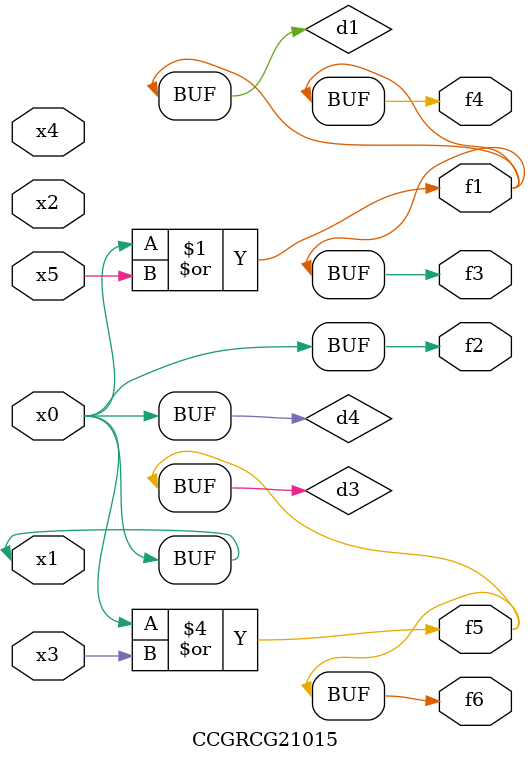
<source format=v>
module CCGRCG21015(
	input x0, x1, x2, x3, x4, x5,
	output f1, f2, f3, f4, f5, f6
);

	wire d1, d2, d3, d4;

	or (d1, x0, x5);
	xnor (d2, x1, x4);
	or (d3, x0, x3);
	buf (d4, x0, x1);
	assign f1 = d1;
	assign f2 = d4;
	assign f3 = d1;
	assign f4 = d1;
	assign f5 = d3;
	assign f6 = d3;
endmodule

</source>
